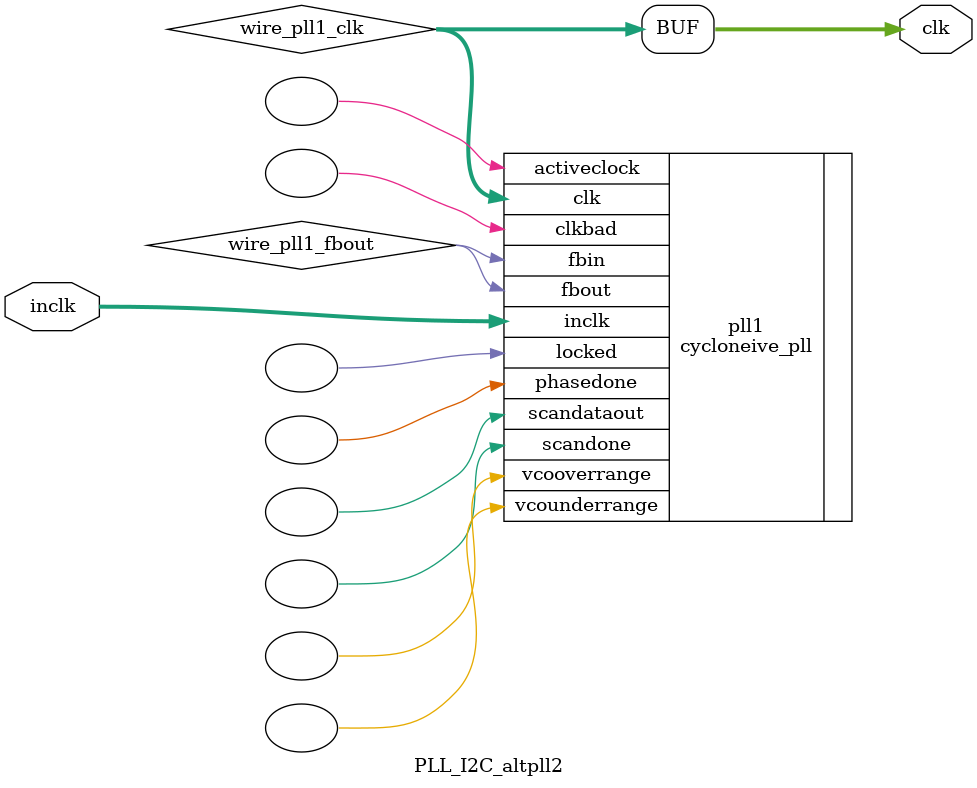
<source format=v>






//synthesis_resources = cycloneive_pll 1 
//synopsys translate_off
`timescale 1 ps / 1 ps
//synopsys translate_on
module  PLL_I2C_altpll2
	( 
	clk,
	inclk) /* synthesis synthesis_clearbox=1 */;
	output   [4:0]  clk;
	input   [1:0]  inclk;
`ifndef ALTERA_RESERVED_QIS
// synopsys translate_off
`endif
	tri0   [1:0]  inclk;
`ifndef ALTERA_RESERVED_QIS
// synopsys translate_on
`endif

	wire  [4:0]   wire_pll1_clk;
	wire  wire_pll1_fbout;

	cycloneive_pll   pll1
	( 
	.activeclock(),
	.clk(wire_pll1_clk),
	.clkbad(),
	.fbin(wire_pll1_fbout),
	.fbout(wire_pll1_fbout),
	.inclk(inclk),
	.locked(),
	.phasedone(),
	.scandataout(),
	.scandone(),
	.vcooverrange(),
	.vcounderrange()
	`ifndef FORMAL_VERIFICATION
	// synopsys translate_off
	`endif
	,
	.areset(1'b0),
	.clkswitch(1'b0),
	.configupdate(1'b0),
	.pfdena(1'b1),
	.phasecounterselect({3{1'b0}}),
	.phasestep(1'b0),
	.phaseupdown(1'b0),
	.scanclk(1'b0),
	.scanclkena(1'b1),
	.scandata(1'b0)
	`ifndef FORMAL_VERIFICATION
	// synopsys translate_on
	`endif
	);
	defparam
		pll1.bandwidth_type = "auto",
		pll1.clk0_divide_by = 25,
		pll1.clk0_duty_cycle = 50,
		pll1.clk0_multiply_by = 1,
		pll1.clk0_phase_shift = "0",
		pll1.clk1_divide_by = 1125,
		pll1.clk1_duty_cycle = 50,
		pll1.clk1_multiply_by = 1,
		pll1.clk1_phase_shift = "0",
		pll1.compensate_clock = "clk0",
		pll1.inclk0_input_frequency = 20000,
		pll1.operation_mode = "normal",
		pll1.pll_type = "auto",
		pll1.lpm_type = "cycloneive_pll";
	assign
		clk = {wire_pll1_clk[4:0]};
endmodule //PLL_I2C_altpll2
//VALID FILE

</source>
